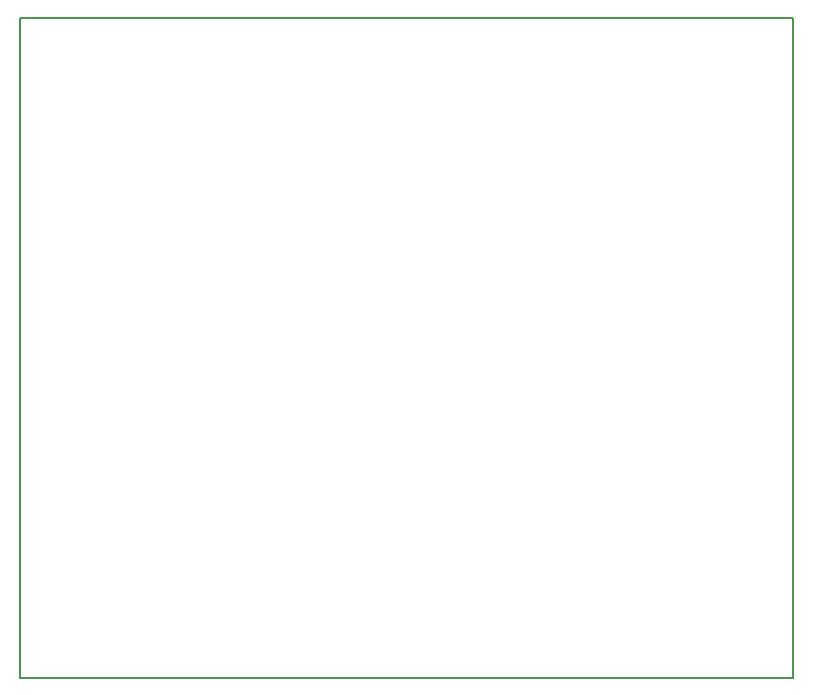
<source format=gm1>
G04 #@! TF.GenerationSoftware,KiCad,Pcbnew,5.1.5-52549c5~84~ubuntu19.10.1*
G04 #@! TF.CreationDate,2020-03-08T12:02:41+01:00*
G04 #@! TF.ProjectId,touchcircuit,746f7563-6863-4697-9263-7569742e6b69,rev?*
G04 #@! TF.SameCoordinates,Original*
G04 #@! TF.FileFunction,Profile,NP*
%FSLAX46Y46*%
G04 Gerber Fmt 4.6, Leading zero omitted, Abs format (unit mm)*
G04 Created by KiCad (PCBNEW 5.1.5-52549c5~84~ubuntu19.10.1) date 2020-03-08 12:02:41*
%MOMM*%
%LPD*%
G04 APERTURE LIST*
%ADD10C,0.150000*%
G04 APERTURE END LIST*
D10*
X12700000Y-68580000D02*
X12700000Y-12700000D01*
X78105000Y-68580000D02*
X12700000Y-68580000D01*
X78105000Y-12700000D02*
X78105000Y-68580000D01*
X12700000Y-12700000D02*
X78105000Y-12700000D01*
M02*

</source>
